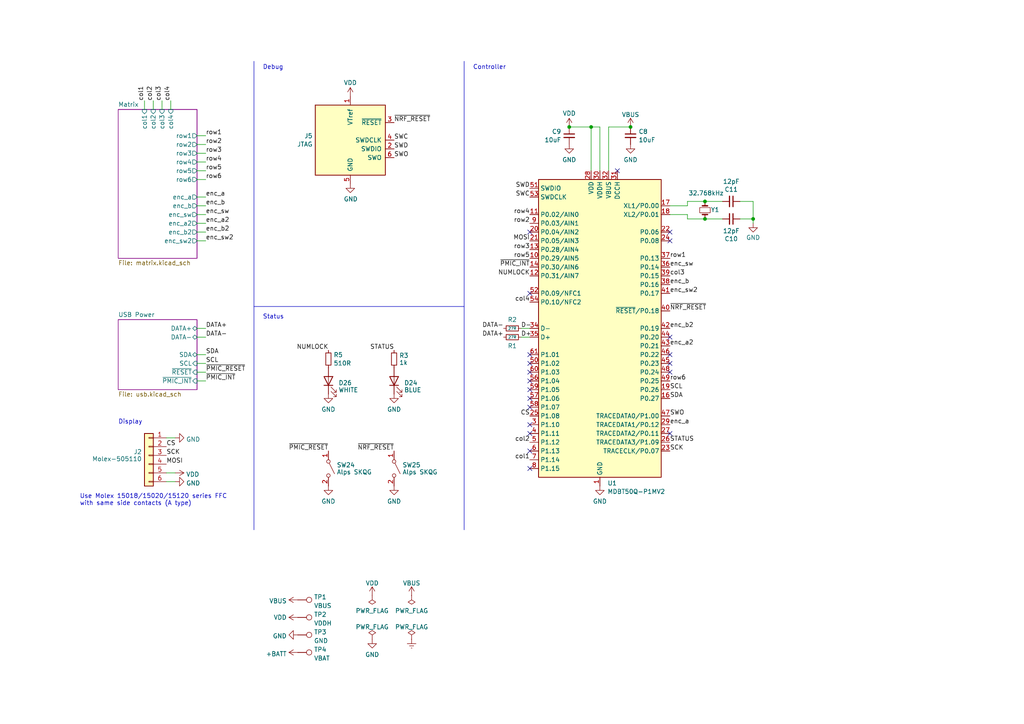
<source format=kicad_sch>
(kicad_sch (version 20231120) (generator "eeschema") (generator_version "8.0")
  (paper "A4")
  (title_block (title "Marten 22 Numpad") (date "2024-10-06") (rev "1"))
  (lib_symbols
    (symbol "Connector:TestPoint" (pin_numbers hide) (pin_names (offset 0.762) hide)
      (property "Reference" "TP" (at 0 6.858 0))
      (property "Value" "TestPoint" (at 0 5.08 0))
      (symbol "TestPoint_0_1"
        (circle (center 0 3.302) (radius 0.762))
      )
      (symbol "TestPoint_1_1"
        (pin passive line (at 0 0 90) (length 2.54) (name "1") (number "1"))
      )
    )
    (symbol "Connector_Generic:Conn_01x06" (pin_names (offset 1.016) hide)
      (property "Reference" "J" (at 0 7.62 0))
      (property "Value" "Conn_01x06" (at 0 -10.16 0))
      (symbol "Conn_01x06_1_1"
        (rectangle (start -1.27 -7.493) (end 0 -7.747) (stroke (width 0.1524)))
        (rectangle (start -1.27 -4.953) (end 0 -5.207) (stroke (width 0.1524)))
        (rectangle (start -1.27 -2.413) (end 0 -2.667) (stroke (width 0.1524)))
        (rectangle (start -1.27 0.127) (end 0 -0.127) (stroke (width 0.1524)))
        (rectangle (start -1.27 2.667) (end 0 2.413) (stroke (width 0.1524)))
        (rectangle (start -1.27 5.207) (end 0 4.953) (stroke (width 0.1524)))
        (rectangle (start -1.27 6.35) (end 1.27 -8.89) (stroke (width 0.254)) (fill (type background)))
        (pin passive line (at -5.08 5.08 0) (length 3.81) (name "Pin_1") (number "1"))
        (pin passive line (at -5.08 2.54 0) (length 3.81) (name "Pin_2") (number "2"))
        (pin passive line (at -5.08 0 0) (length 3.81) (name "Pin_3") (number "3"))
        (pin passive line (at -5.08 -2.54 0) (length 3.81) (name "Pin_4") (number "4"))
        (pin passive line (at -5.08 -5.08 0) (length 3.81) (name "Pin_5") (number "5"))
        (pin passive line (at -5.08 -7.62 0) (length 3.81) (name "Pin_6") (number "6"))
      )
    )
    (symbol "Device:C_Small" (pin_numbers hide) (pin_names (offset 0.254) hide)
      (property "Reference" "C" (at 0.254 1.778 0))
      (property "Value" "C_Small" (at 0.254 -2.032 0))
      (symbol "C_Small_0_1"
        (polyline (pts (xy -1.524 -0.508) (xy 1.524 -0.508)) (stroke (width 0.3302)))
        (polyline (pts (xy -1.524 0.508) (xy 1.524 0.508)) (stroke (width 0.3048)))
      )
      (symbol "C_Small_1_1"
        (pin passive line (at 0 2.54 270) (length 2.032) (name "~") (number "1"))
        (pin passive line (at 0 -2.54 90) (length 2.032) (name "~") (number "2"))
      )
    )
    (symbol "Device:Crystal_Small" (pin_numbers hide) (pin_names (offset 1.016) hide)
      (property "Reference" "Y" (at 0 2.54 0))
      (property "Value" "Crystal_Small" (at 0 -2.54 0))
      (symbol "Crystal_Small_0_1"
        (rectangle (start -0.762 -1.524) (end 0.762 1.524))
        (polyline (pts (xy -1.27 -0.762) (xy -1.27 0.762)) (stroke (width 0.381)))
        (polyline (pts (xy 1.27 -0.762) (xy 1.27 0.762)) (stroke (width 0.381)))
      )
      (symbol "Crystal_Small_1_1"
        (pin passive line (at -2.54 0 0) (length 1.27) (name "1") (number "1"))
        (pin passive line (at 2.54 0 180) (length 1.27) (name "2") (number "2"))
      )
    )
    (symbol "Device:LED" (pin_numbers hide) (pin_names (offset 1.016) hide)
      (property "Reference" "D" (at 0 2.54 0))
      (property "Value" "LED" (at 0 -2.54 0))
      (symbol "LED_0_1"
        (polyline (pts (xy -1.27 -1.27) (xy -1.27 1.27)) (stroke (width 0.254)))
        (polyline (pts (xy -1.27 0) (xy 1.27 0)))
        (polyline (pts (xy 1.27 -1.27) (xy 1.27 1.27) (xy -1.27 0) (xy 1.27 -1.27)) (stroke (width 0.254)))
        (polyline (pts (xy -3.048 -0.762) (xy -4.572 -2.286) (xy -3.81 -2.286) (xy -4.572 -2.286) (xy -4.572 -1.524)))
        (polyline (pts (xy -1.778 -0.762) (xy -3.302 -2.286) (xy -2.54 -2.286) (xy -3.302 -2.286) (xy -3.302 -1.524)))
      )
      (symbol "LED_1_1"
        (pin passive line (at -3.81 0 0) (length 2.54) (name "K") (number "1"))
        (pin passive line (at 3.81 0 180) (length 2.54) (name "A") (number "2"))
      )
    )
    (symbol "Device:R_Small" (pin_numbers hide) (pin_names (offset 0.254) hide)
      (property "Reference" "R" (at 0.762 0.508 0))
      (property "Value" "R_Small" (at 0.762 -1.016 0))
      (symbol "R_Small_0_1"
        (rectangle (start -0.762 1.778) (end 0.762 -1.778) (stroke (width 0.2032)))
      )
      (symbol "R_Small_1_1"
        (pin passive line (at 0 2.54 270) (length 0.762) (name "~") (number "1"))
        (pin passive line (at 0 -2.54 90) (length 0.762) (name "~") (number "2"))
      )
    )
    (symbol "RF_Module:MDBT50Q-1MV2"
      (property "Reference" "U" (at 0 0 0))
      (property "Value" "MDBT50Q-1MV2" (at 0 -2.54 0))
      (symbol "MDBT50Q-1MV2_0_1"
        (rectangle (start -17.78 43.18) (end 17.78 -43.18) (stroke (width 0.254)) (fill (type background)))
      )
      (symbol "MDBT50Q-1MV2_1_1"
        (pin power_in line (at 0 -45.72 90) (length 2.54) (name "GND") (number "1"))
        (pin bidirectional line (at -20.32 20.32 0) (length 2.54) (name "P0.29/AIN5") (number "10"))
        (pin bidirectional line (at -20.32 33.02 0) (length 2.54) (name "P0.02/AIN0") (number "11"))
        (pin bidirectional line (at -20.32 15.24 0) (length 2.54) (name "P0.31/AIN7") (number "12"))
        (pin bidirectional line (at -20.32 22.86 0) (length 2.54) (name "P0.28/AIN4") (number "13"))
        (pin bidirectional line (at -20.32 17.78 0) (length 2.54) (name "P0.30/AIN6") (number "14"))
        (pin passive line (at 0 -45.72 90) (length 2.54) hide (name "GND") (number "15"))
        (pin bidirectional line (at 20.32 -20.32 180) (length 2.54) (name "P0.27") (number "16"))
        (pin bidirectional line (at 20.32 35.56 180) (length 2.54) (name "XL1/P0.00") (number "17"))
        (pin bidirectional line (at 20.32 33.02 180) (length 2.54) (name "XL2/P0.01") (number "18"))
        (pin bidirectional line (at 20.32 -17.78 180) (length 2.54) (name "P0.26") (number "19"))
        (pin passive line (at 0 -45.72 90) (length 2.54) hide (name "GND") (number "2"))
        (pin bidirectional line (at -20.32 27.94 0) (length 2.54) (name "P0.04/AIN2") (number "20"))
        (pin bidirectional line (at -20.32 25.4 0) (length 2.54) (name "P0.05/AIN3") (number "21"))
        (pin bidirectional line (at 20.32 27.94 180) (length 2.54) (name "P0.06") (number "22"))
        (pin bidirectional line (at 20.32 -35.56 180) (length 2.54) (name "TRACECLK/P0.07") (number "23"))
        (pin bidirectional line (at 20.32 25.4 180) (length 2.54) (name "P0.08") (number "24"))
        (pin bidirectional line (at -20.32 -25.4 0) (length 2.54) (name "P1.08") (number "25"))
        (pin bidirectional line (at 20.32 -33.02 180) (length 2.54) (name "TRACEDATA3/P1.09") (number "26"))
        (pin bidirectional line (at 20.32 -30.48 180) (length 2.54) (name "TRACEDATA2/P0.11") (number "27"))
        (pin power_in line (at -2.54 45.72 270) (length 2.54) (name "VDD") (number "28"))
        (pin bidirectional line (at 20.32 -27.94 180) (length 2.54) (name "TRACEDATA1/P0.12") (number "29"))
        (pin bidirectional line (at -20.32 -27.94 0) (length 2.54) (name "P1.10") (number "3"))
        (pin power_in line (at 0 45.72 270) (length 2.54) (name "VDDH") (number "30"))
        (pin power_out line (at 5.08 45.72 270) (length 2.54) (name "DCCH") (number "31"))
        (pin power_in line (at 2.54 45.72 270) (length 2.54) (name "VBUS") (number "32"))
        (pin passive line (at 0 -45.72 90) (length 2.54) hide (name "GND") (number "33"))
        (pin bidirectional line (at -20.32 0 0) (length 2.54) (name "D-") (number "34"))
        (pin bidirectional line (at -20.32 -2.54 0) (length 2.54) (name "D+") (number "35"))
        (pin bidirectional line (at 20.32 17.78 180) (length 2.54) (name "P0.14") (number "36"))
        (pin bidirectional line (at 20.32 20.32 180) (length 2.54) (name "P0.13") (number "37"))
        (pin bidirectional line (at 20.32 12.7 180) (length 2.54) (name "P0.16") (number "38"))
        (pin bidirectional line (at 20.32 15.24 180) (length 2.54) (name "P0.15") (number "39"))
        (pin bidirectional line (at -20.32 -30.48 0) (length 2.54) (name "P1.11") (number "4"))
        (pin bidirectional line (at 20.32 5.08 180) (length 2.54) (name "~{RESET}/P0.18") (number "40"))
        (pin bidirectional line (at 20.32 10.16 180) (length 2.54) (name "P0.17") (number "41"))
        (pin bidirectional line (at 20.32 0 180) (length 2.54) (name "P0.19") (number "42"))
        (pin bidirectional line (at 20.32 -5.08 180) (length 2.54) (name "P0.21") (number "43"))
        (pin bidirectional line (at 20.32 -2.54 180) (length 2.54) (name "P0.20") (number "44"))
        (pin bidirectional line (at 20.32 -10.16 180) (length 2.54) (name "P0.23") (number "45"))
        (pin bidirectional line (at 20.32 -7.62 180) (length 2.54) (name "P0.22") (number "46"))
        (pin bidirectional line (at 20.32 -25.4 180) (length 2.54) (name "TRACEDATA0/P1.00") (number "47"))
        (pin bidirectional line (at 20.32 -12.7 180) (length 2.54) (name "P0.24") (number "48"))
        (pin bidirectional line (at 20.32 -15.24 180) (length 2.54) (name "P0.25") (number "49"))
        (pin bidirectional line (at -20.32 -33.02 0) (length 2.54) (name "P1.12") (number "5"))
        (pin bidirectional line (at -20.32 -10.16 0) (length 2.54) (name "P1.02") (number "50"))
        (pin bidirectional line (at -20.32 40.64 0) (length 2.54) (name "SWDIO") (number "51"))
        (pin bidirectional line (at -20.32 10.16 0) (length 2.54) (name "P0.09/NFC1") (number "52"))
        (pin input line (at -20.32 38.1 0) (length 2.54) (name "SWDCLK") (number "53"))
        (pin bidirectional line (at -20.32 7.62 0) (length 2.54) (name "P0.10/NFC2") (number "54"))
        (pin passive line (at 0 -45.72 90) (length 2.54) hide (name "GND") (number "55"))
        (pin bidirectional line (at -20.32 -15.24 0) (length 2.54) (name "P1.04") (number "56"))
        (pin bidirectional line (at -20.32 -20.32 0) (length 2.54) (name "P1.06") (number "57"))
        (pin bidirectional line (at -20.32 -22.86 0) (length 2.54) (name "P1.07") (number "58"))
        (pin bidirectional line (at -20.32 -17.78 0) (length 2.54) (name "P1.05") (number "59"))
        (pin bidirectional line (at -20.32 -35.56 0) (length 2.54) (name "P1.13") (number "6"))
        (pin bidirectional line (at -20.32 -12.7 0) (length 2.54) (name "P1.03") (number "60"))
        (pin bidirectional line (at -20.32 -7.62 0) (length 2.54) (name "P1.01") (number "61"))
        (pin bidirectional line (at -20.32 -38.1 0) (length 2.54) (name "P1.14") (number "7"))
        (pin bidirectional line (at -20.32 -40.64 0) (length 2.54) (name "P1.15") (number "8"))
        (pin bidirectional line (at -20.32 30.48 0) (length 2.54) (name "P0.03/AIN1") (number "9"))
      )
    )
    (symbol "Switch:SW_SPST" (pin_names (offset 0) hide)
      (property "Reference" "SW" (at 0 3.175 0))
      (property "Value" "SW_SPST" (at 0 -2.54 0))
      (symbol "SW_SPST_0_0"
        (circle (center -2.032 0) (radius 0.508))
        (polyline (pts (xy -1.524 0.254) (xy 1.524 1.778)))
        (circle (center 2.032 0) (radius 0.508))
      )
      (symbol "SW_SPST_1_1"
        (pin passive line (at -5.08 0 0) (length 2.54) (name "A") (number "1"))
        (pin passive line (at 5.08 0 180) (length 2.54) (name "B") (number "2"))
      )
    )
    (symbol "keyboard:Conn_ARM_JTAG_SWD_6" (pin_names (offset 1.016))
      (property "Reference" "J" (at -2.54 13.97 0))
      (property "Value" "Conn_ARM_JTAG_SWD_6" (at -2.54 11.43 0))
      (symbol "Conn_ARM_JTAG_SWD_6_0_1"
        (rectangle (start -10.16 10.16) (end 10.16 -10.16) (stroke (width 0.254)) (fill (type background)))
      )
      (symbol "Conn_ARM_JTAG_SWD_6_1_1"
        (pin power_in line (at 0 12.7 270) (length 2.54) (name "VTref") (number "1"))
        (pin bidirectional line (at 12.7 -2.54 180) (length 2.54) (name "SWDIO") (number "2"))
        (pin open_collector line (at 12.7 5.08 180) (length 2.54) (name "~{RESET}") (number "3"))
        (pin output line (at 12.7 0 180) (length 2.54) (name "SWDCLK") (number "4"))
        (pin power_in line (at 0 -12.7 90) (length 2.54) (name "GND") (number "5"))
        (pin input line (at 12.7 -5.08 180) (length 2.54) (name "SWO") (number "6"))
      )
    )
    (symbol "power:+BATT" (power) (pin_names (offset 0))
      (property "Value" "+BATT" (at 0 3.556 0))
      (symbol "+BATT_0_1"
        (polyline (pts (xy -0.762 1.27) (xy 0 2.54)))
        (polyline (pts (xy 0 0) (xy 0 2.54)))
        (polyline (pts (xy 0 2.54) (xy 0.762 1.27)))
      )
      (symbol "+BATT_1_1"
        (pin power_in line (at 0 0 90) (length 0) hide (name "+BATT") (number "1"))
      )
    )
    (symbol "power:Earth" (power) (pin_names (offset 0))
      (symbol "Earth_0_1"
        (polyline (pts (xy -0.635 -1.905) (xy 0.635 -1.905)))
        (polyline (pts (xy -0.127 -2.54) (xy 0.127 -2.54)))
        (polyline (pts (xy 0 -1.27) (xy 0 0)))
        (polyline (pts (xy 1.27 -1.27) (xy -1.27 -1.27)))
      )
      (symbol "Earth_1_1"
        (pin power_in line (at 0 0 270) (length 0) hide (name "Earth") (number "1"))
      )
    )
    (symbol "power:GND" (power) (pin_names (offset 0))
      (property "Value" "GND" (at 0 -3.81 0))
      (symbol "GND_0_1"
        (polyline (pts (xy 0 0) (xy 0 -1.27) (xy 1.27 -1.27) (xy 0 -2.54) (xy -1.27 -1.27) (xy 0 -1.27)))
      )
      (symbol "GND_1_1"
        (pin power_in line (at 0 0 270) (length 0) hide (name "GND") (number "1"))
      )
    )
    (symbol "power:PWR_FLAG" (power) (pin_numbers hide) (pin_names (offset 0) hide)
      (property "Value" "PWR_FLAG" (at 0 3.81 0))
      (symbol "PWR_FLAG_0_0"
        (pin power_out line (at 0 0 90) (length 0) (name "pwr") (number "1"))
      )
      (symbol "PWR_FLAG_0_1"
        (polyline (pts (xy 0 0) (xy 0 1.27) (xy -1.016 1.905) (xy 0 2.54) (xy 1.016 1.905) (xy 0 1.27)))
      )
    )
    (symbol "power:VBUS" (power) (pin_names (offset 0))
      (property "Value" "VBUS" (at 0 3.81 0))
      (symbol "VBUS_0_1"
        (polyline (pts (xy -0.762 1.27) (xy 0 2.54)))
        (polyline (pts (xy 0 0) (xy 0 2.54)))
        (polyline (pts (xy 0 2.54) (xy 0.762 1.27)))
      )
      (symbol "VBUS_1_1"
        (pin power_in line (at 0 0 90) (length 0) hide (name "VBUS") (number "1"))
      )
    )
    (symbol "power:VDD" (power) (pin_names (offset 0))
      (property "Value" "VDD" (at 0 3.81 0))
      (symbol "VDD_0_1"
        (polyline (pts (xy -0.762 1.27) (xy 0 2.54)))
        (polyline (pts (xy 0 0) (xy 0 2.54)))
        (polyline (pts (xy 0 2.54) (xy 0.762 1.27)))
      )
      (symbol "VDD_1_1"
        (pin power_in line (at 0 0 90) (length 0) hide (name "VDD") (number "1"))
      )
    )
  )
  (junction (at 204.47 63.5))
  (junction (at 171.45 36.83))
  (junction (at 218.44 63.5))
  (junction (at 182.88 36.83))
  (junction (at 165.1 36.83))
  (junction (at 204.47 58.42))
  (no_connect (at 179.07 49.53))
  (no_connect (at 194.31 67.31))
  (no_connect (at 153.67 135.89))
  (no_connect (at 153.67 85.09))
  (no_connect (at 153.67 123.19))
  (no_connect (at 153.67 118.11))
  (no_connect (at 153.67 113.03))
  (no_connect (at 153.67 125.73))
  (no_connect (at 194.31 102.87))
  (no_connect (at 153.67 102.87))
  (no_connect (at 153.67 105.41))
  (no_connect (at 153.67 130.81))
  (no_connect (at 194.31 97.79))
  (no_connect (at 153.67 107.95))
  (no_connect (at 153.67 67.31))
  (no_connect (at 153.67 115.57))
  (no_connect (at 194.31 105.41))
  (no_connect (at 153.67 110.49))
  (no_connect (at 194.31 125.73))
  (no_connect (at 194.31 69.85))
  (no_connect (at 194.31 107.95))
  (wire (pts (xy 57.15 95.25) (xy 59.69 95.25)))
  (wire (pts (xy 57.15 64.77) (xy 59.69 64.77)))
  (wire (pts (xy 57.15 52.07) (xy 59.69 52.07)))
  (wire (pts (xy 151.13 97.79) (xy 153.67 97.79)))
  (wire (pts (xy 57.15 97.79) (xy 59.69 97.79)))
  (wire (pts (xy 46.99 29.21) (xy 46.99 31.75)))
  (wire (pts (xy 218.44 58.42) (xy 214.63 58.42)))
  (wire (pts (xy 182.88 36.83) (xy 176.53 36.83)))
  (wire (pts (xy 176.53 36.83) (xy 176.53 49.53)))
  (wire (pts (xy 171.45 36.83) (xy 171.45 49.53)))
  (wire (pts (xy 57.15 46.99) (xy 59.69 46.99)))
  (wire (pts (xy 57.15 107.95) (xy 59.69 107.95)))
  (wire (pts (xy 151.13 95.25) (xy 153.67 95.25)))
  (wire (pts (xy 173.99 36.83) (xy 173.99 49.53)))
  (wire (pts (xy 218.44 58.42) (xy 218.44 63.5)))
  (wire (pts (xy 57.15 49.53) (xy 59.69 49.53)))
  (wire (pts (xy 194.31 59.69) (xy 199.39 59.69)))
  (wire (pts (xy 199.39 58.42) (xy 204.47 58.42)))
  (wire (pts (xy 57.15 110.49) (xy 59.69 110.49)))
  (wire (pts (xy 49.53 29.21) (xy 49.53 31.75)))
  (wire (pts (xy 57.15 102.87) (xy 59.69 102.87)))
  (wire (pts (xy 173.99 36.83) (xy 171.45 36.83)))
  (wire (pts (xy 194.31 62.23) (xy 199.39 62.23)))
  (wire (pts (xy 218.44 64.77) (xy 218.44 63.5)))
  (polyline (pts (xy 73.66 88.9) (xy 134.62 88.9)))
  (wire (pts (xy 218.44 63.5) (xy 214.63 63.5)))
  (wire (pts (xy 199.39 59.69) (xy 199.39 58.42)))
  (polyline (pts (xy 134.62 17.78) (xy 134.62 153.67)))
  (wire (pts (xy 44.45 29.21) (xy 44.45 31.75)))
  (wire (pts (xy 171.45 36.83) (xy 165.1 36.83)))
  (wire (pts (xy 57.15 105.41) (xy 59.69 105.41)))
  (wire (pts (xy 50.8 139.7) (xy 48.26 139.7)))
  (wire (pts (xy 41.91 29.21) (xy 41.91 31.75)))
  (wire (pts (xy 57.15 67.31) (xy 59.69 67.31)))
  (wire (pts (xy 57.15 62.23) (xy 59.69 62.23)))
  (wire (pts (xy 199.39 63.5) (xy 204.47 63.5)))
  (wire (pts (xy 57.15 39.37) (xy 59.69 39.37)))
  (wire (pts (xy 57.15 69.85) (xy 59.69 69.85)))
  (wire (pts (xy 50.8 127) (xy 48.26 127)))
  (wire (pts (xy 204.47 63.5) (xy 209.55 63.5)))
  (wire (pts (xy 199.39 62.23) (xy 199.39 63.5)))
  (polyline (pts (xy 73.66 17.78) (xy 73.66 153.67)))
  (wire (pts (xy 57.15 59.69) (xy 59.69 59.69)))
  (wire (pts (xy 57.15 41.91) (xy 59.69 41.91)))
  (wire (pts (xy 204.47 58.42) (xy 209.55 58.42)))
  (wire (pts (xy 50.8 137.16) (xy 48.26 137.16)))
  (wire (pts (xy 57.15 44.45) (xy 59.69 44.45)))
  (wire (pts (xy 57.15 57.15) (xy 59.69 57.15)))
  (text "Display" (at 34.29 123.19 0) (effects (font (size 1.27 1.27)) (justify left bottom)))
  (text "Controller" (at 137.16 20.32 0) (effects (font (size 1.27 1.27)) (justify left bottom)))
  (text "Debug" (at 76.2 20.32 0) (effects (font (size 1.27 1.27)) (justify left bottom)))
  (text "Use Molex 15018/15020/15120 series FFC \nwith same side contacts (A type)" (at 23.114 146.812 0) (effects (font (size 1.27 1.27)) (justify left bottom)))
  (text "Status" (at 76.2 92.71 0) (effects (font (size 1.27 1.27)) (justify left bottom)))
  (label "enc_sw" (at 194.31 77.47 0))
  (label "row4" (at 59.69 46.99 0))
  (label "col1" (at 41.91 29.21 90))
  (label "SWD" (at 153.67 54.61 180))
  (label "col2" (at 153.67 128.27 180))
  (label "SWO" (at 114.3 45.72 0))
  (label "DATA-" (at 146.05 95.25 180))
  (label "col3" (at 46.99 29.21 90))
  (label "enc_a2" (at 194.31 100.33 0))
  (label "row5" (at 153.67 74.93 180))
  (label "STATUS" (at 194.31 128.27 0))
  (label "row2" (at 59.69 41.91 0))
  (label "MOSI" (at 153.67 69.85 180))
  (label "~{PMIC_INT}" (at 59.69 110.49 0))
  (label "DATA+" (at 59.69 95.25 0))
  (label "SWC" (at 153.67 57.15 180))
  (label "col1" (at 153.67 133.35 180))
  (label "enc_b" (at 59.69 59.69 0))
  (label "SCK" (at 194.31 130.81 0))
  (label "enc_a2" (at 59.69 64.77 0))
  (label "NUMLOCK" (at 95.25 101.6 180))
  (label "SCL" (at 194.31 113.03 0))
  (label "row2" (at 153.67 64.77 180))
  (label "col4" (at 49.53 29.21 90))
  (label "CS" (at 48.26 129.54 0))
  (label "col3" (at 194.31 80.01 0))
  (label "SWC" (at 114.3 40.64 0))
  (label "STATUS" (at 114.3 101.6 180))
  (label "SWD" (at 114.3 43.18 0))
  (label "enc_sw" (at 59.69 62.23 0))
  (label "enc_a" (at 194.31 123.19 0))
  (label "DATA-" (at 59.69 97.79 0))
  (label "D-" (at 151.13 95.25 0))
  (label "~{NRF_RESET}" (at 114.3 130.81 180))
  (label "row6" (at 59.69 52.07 0))
  (label "CS" (at 153.67 120.65 180))
  (label "row1" (at 194.31 74.93 0))
  (label "SCL" (at 59.69 105.41 0))
  (label "DATA+" (at 146.05 97.79 180))
  (label "enc_b2" (at 194.31 95.25 0))
  (label "row1" (at 59.69 39.37 0))
  (label "MOSI" (at 48.26 134.62 0))
  (label "enc_b2" (at 59.69 67.31 0))
  (label "row3" (at 153.67 72.39 180))
  (label "SWO" (at 194.31 120.65 0))
  (label "SDA" (at 59.69 102.87 0))
  (label "~{NRF_RESET}" (at 194.31 90.17 0))
  (label "enc_b" (at 194.31 82.55 0))
  (label "~{NRF_RESET}" (at 114.3 35.56 0))
  (label "col4" (at 153.67 87.63 180))
  (label "~{PMIC_RESET}" (at 59.69 107.95 0))
  (label "SDA" (at 194.31 115.57 0))
  (label "enc_a" (at 59.69 57.15 0))
  (label "enc_sw2" (at 59.69 69.85 0))
  (label "~{PMIC_INT}" (at 153.67 77.47 180))
  (label "enc_sw2" (at 194.31 85.09 0))
  (label "row3" (at 59.69 44.45 0))
  (label "col2" (at 44.45 29.21 90))
  (label "D+" (at 151.13 97.79 0))
  (label "SCK" (at 48.26 132.08 0))
  (label "row6" (at 194.31 110.49 0))
  (label "row4" (at 153.67 62.23 180))
  (label "row5" (at 59.69 49.53 0))
  (label "~{PMIC_RESET}" (at 95.25 130.81 180))
  (label "NUMLOCK" (at 153.67 80.01 180))
  (symbol (lib_id "Connector:TestPoint") (at 86.36 189.23 270) (unit 1) (in_bom no)
    (property "Reference" "TP4" (at 91.059 188.3953 90) (effects (justify left)))
    (property "Value" "VBAT" (at 91.059 190.9322 90) (effects (justify left)))
    (property "Footprint" "TestPoint:TestPoint_Pad_D1.5mm" (effects (hide yes)))
    (property "Manufacturer" "DNP" (effects (hide yes)))
    (property "Manufacturer Part Number" "DNP" (effects (hide yes)))
    (property "Package" "DNP" (effects (hide yes)))
  )
  (symbol (lib_id "Switch:SW_SPST") (at 114.3 135.89 270) (unit 1)
    (property "Reference" "SW25" (at 116.713 134.866 90) (effects (justify left)))
    (property "Value" "Alps SKQG" (at 116.713 136.914 90) (effects (justify left)))
    (property "Footprint" "PCM_marbastlib-various:SW_SPST_SKQG_WithStem" (effects (hide yes)))
    (property "Datasheet" "https://tech.alpsalpine.com/e/products/detail/SKQGABE010/" (effects (hide yes)))
    (property "Description" "Tactile switch" (effects (hide yes)))
    (property "Manufacturer Part Number" "SKQGABE010" (effects (hide yes)))
    (property "Manufacturer" "Alps" (effects (hide yes)))
    (property "Package" "SMD" (effects (hide yes)))
  )
  (symbol (lib_id "Connector:TestPoint") (at 86.36 184.15 270) (unit 1) (in_bom no)
    (property "Reference" "TP3" (at 91.059 183.3153 90) (effects (justify left)))
    (property "Value" "GND" (at 91.059 185.8522 90) (effects (justify left)))
    (property "Footprint" "TestPoint:TestPoint_Pad_D1.5mm" (effects (hide yes)))
    (property "Manufacturer" "DNP" (effects (hide yes)))
    (property "Manufacturer Part Number" "DNP" (effects (hide yes)))
    (property "Package" "DNP" (effects (hide yes)))
  )
  (symbol (lib_id "power:GND") (at 101.6 53.34 0) (unit 1)
    (property "Reference" "#PWR024" (effects (hide yes)))
    (property "Value" "GND" (at 101.727 57.7342 0))
  )
  (symbol (lib_id "power:VDD") (at 107.95 172.72 0) (unit 1)
    (property "Reference" "#PWR0104" (effects (hide yes)))
    (property "Value" "VDD" (at 107.95 169.1442 0))
  )
  (symbol (lib_id "power:GND") (at 86.36 184.15 270) (unit 1)
    (property "Reference" "#PWR033" (effects (hide yes)))
    (property "Value" "GND" (at 83.1851 184.4668 90) (effects (justify right)))
  )
  (symbol (lib_id "Connector:TestPoint") (at 86.36 179.07 270) (unit 1) (in_bom no)
    (property "Reference" "TP2" (at 91.059 178.2353 90) (effects (justify left)))
    (property "Value" "VDDH" (at 91.059 180.7722 90) (effects (justify left)))
    (property "Footprint" "TestPoint:TestPoint_Pad_D1.5mm" (effects (hide yes)))
    (property "Manufacturer" "DNP" (effects (hide yes)))
    (property "Manufacturer Part Number" "DNP" (effects (hide yes)))
    (property "Package" "DNP" (effects (hide yes)))
  )
  (symbol (lib_id "Device:R_Small") (at 148.59 97.79 90) (unit 1)
    (property "Reference" "R1" (at 148.59 100.33 90))
    (property "Value" "27R" (at 148.59 97.79 90) (effects (font (size 0.8 0.8))))
    (property "Footprint" "Resistor_SMD:R_0402_1005Metric" (effects (hide yes)))
    (property "Description" "Resistor, 0.05 W, +/-1%" (effects (hide yes)))
    (property "Package" "0402" (effects (hide yes)))
    (property "Manufacturer" "YAGEO" (effects (hide yes)))
    (property "Manufacturer Part Number" "RC0402FR-0727RL" (effects (hide yes)))
  )
  (symbol (lib_id "power:VDD") (at 101.6 27.94 0) (unit 1)
    (property "Reference" "#PWR010" (effects (hide yes)))
    (property "Value" "VDD" (at 101.6 23.995 0))
  )
  (symbol (lib_id "power:GND") (at 114.3 114.3 0) (unit 1)
    (property "Reference" "#PWR030" (effects (hide yes)))
    (property "Value" "GND" (at 114.3 118.7434 0))
  )
  (symbol (lib_id "power:PWR_FLAG") (at 119.38 185.42 0) (unit 1)
    (property "Reference" "#FLG0105" (effects (hide yes)))
    (property "Value" "PWR_FLAG" (at 119.38 181.8442 0))
  )
  (symbol (lib_id "power:VBUS") (at 86.36 173.99 90) (unit 1)
    (property "Reference" "#PWR028" (effects (hide yes)))
    (property "Value" "VBUS" (at 83.185 174.3068 90) (effects (justify left)))
  )
  (symbol (lib_id "power:GND") (at 114.3 140.97 0) (unit 1)
    (property "Reference" "#PWR048" (effects (hide yes)))
    (property "Value" "GND" (at 114.3 145.4134 0))
  )
  (symbol (lib_id "Device:LED") (at 95.25 110.49 90) (unit 1)
    (property "Reference" "D26" (at 98.171 111.0535 90) (effects (justify right)))
    (property "Value" "WHITE" (at 98.171 113.1015 90) (effects (justify right)))
    (property "Footprint" "keyboard:LED_1206_3216Metric_ReverseMount_Hole2x2mm" (effects (hide yes)))
    (property "Datasheet" "https://www.lcsc.com/datasheet/lcsc_datasheet_2102041832_MEIHUA-MHT151WDT_C401114.pdf" (effects (hide yes)))
    (property "Description" "3V LED, White, Reverse mount" (effects (hide yes)))
    (property "Package" "1206R" (effects (hide yes)))
    (property "Manufacturer" "MEIHUA" (effects (hide yes)))
    (property "Manufacturer Part Number" "MHT151WDT" (effects (hide yes)))
  )
  (symbol (lib_id "power:GND") (at 173.99 140.97 0) (unit 1)
    (property "Reference" "#PWR038" (effects (hide yes)))
    (property "Value" "GND" (at 173.99 145.4134 0))
  )
  (symbol (lib_id "power:VDD") (at 86.36 179.07 90) (unit 1)
    (property "Reference" "#PWR013" (effects (hide yes)))
    (property "Value" "VDD" (at 83.185 179.07 90) (effects (justify left)))
  )
  (symbol (lib_id "Device:R_Small") (at 114.3 104.14 180) (unit 1)
    (property "Reference" "R3" (at 115.7986 103.116 0) (effects (justify right)))
    (property "Value" "1k" (at 115.7986 105.164 0) (effects (justify right)))
    (property "Footprint" "Resistor_SMD:R_0603_1608Metric" (effects (hide yes)))
    (property "Description" "Resistor, 0.05 W, +/-5%" (effects (hide yes)))
    (property "Package" "0603" (effects (hide yes)))
    (property "Manufacturer" "FOJAN" (effects (hide yes)))
    (property "Manufacturer Part Number" "FRC0603J102 TS" (effects (hide yes)))
  )
  (symbol (lib_id "keyboard:Conn_ARM_JTAG_SWD_6") (at 101.6 40.64 0) (unit 1) (in_bom no)
    (property "Reference" "J5" (at 90.678 39.4279 0) (effects (justify right)))
    (property "Value" "JTAG" (at 90.678 41.8521 0) (effects (justify right)))
    (property "Footprint" "Connector:Tag-Connect_TC2030-IDC-NL_2x03_P1.27mm_Vertical" (effects (hide yes)))
    (property "Datasheet" "https://www.segger.com/products/debug-probes/j-link/accessories/adapters/6-pin-needle-adapter/" (effects (hide yes)))
    (property "Description" "Debug connector" (effects (hide yes)))
    (property "Manufacturer Part Number" "DNP" (effects (hide yes)))
    (property "Manufacturer" "DNP" (effects (hide yes)))
    (property "Package" "DNP" (effects (hide yes)))
  )
  (symbol (lib_id "power:GND") (at 95.25 114.3 0) (unit 1)
    (property "Reference" "#PWR039" (effects (hide yes)))
    (property "Value" "GND" (at 95.25 118.7434 0))
  )
  (symbol (lib_id "Device:C_Small") (at 212.09 63.5 270) (mirror x) (unit 1)
    (property "Reference" "C10" (at 212.09 69.2723 90))
    (property "Value" "12pF" (at 212.09 66.9736 90))
    (property "Footprint" "Capacitor_SMD:C_0402_1005Metric" (effects (hide yes)))
    (property "Description" "Capacitor, NP0, +/-2%" (effects (hide yes)))
    (property "Package" "0402" (effects (hide yes)))
    (property "Manufacturer" "YAGEO" (effects (hide yes)))
    (property "Manufacturer Part Number" "CC0402GRNPO9BN120" (effects (hide yes)))
  )
  (symbol (lib_id "power:VDD") (at 165.1 36.83 0) (unit 1)
    (property "Reference" "#PWR046" (effects (hide yes)))
    (property "Value" "VDD" (at 165.1 32.885 0))
  )
  (symbol (lib_id "Device:LED") (at 114.3 110.49 90) (unit 1)
    (property "Reference" "D24" (at 117.221 111.0535 90) (effects (justify right)))
    (property "Value" "BLUE" (at 117.221 113.1015 90) (effects (justify right)))
    (property "Footprint" "LED_SMD:LED_0603_1608Metric" (effects (hide yes)))
    (property "Description" "2.7-3V LED, Blue" (effects (hide yes)))
    (property "Package" "0603" (effects (hide yes)))
    (property "Manufacturer" "Foshan" (effects (hide yes)))
    (property "Manufacturer Part Number" "NCD0603B5" (effects (hide yes)))
  )
  (symbol (lib_id "power:GND") (at 182.88 41.91 0) (unit 1)
    (property "Reference" "#PWR03" (effects (hide yes)))
    (property "Value" "GND" (at 182.88 46.3534 0))
  )
  (symbol (lib_id "power:GND") (at 50.8 127 90) (unit 1)
    (property "Reference" "#PWR036" (effects (hide yes)))
    (property "Value" "GND" (at 53.9749 127.4338 90) (effects (justify right)))
  )
  (symbol (lib_id "power:PWR_FLAG") (at 107.95 172.72 180) (unit 1)
    (property "Reference" "#FLG0101" (effects (hide yes)))
    (property "Value" "PWR_FLAG" (at 107.95 177.1634 0))
  )
  (symbol (lib_id "power:VBUS") (at 182.88 36.83 0) (unit 1)
    (property "Reference" "#PWR014" (effects (hide yes)))
    (property "Value" "VBUS" (at 182.88 33.2542 0))
  )
  (symbol (lib_id "Device:C_Small") (at 182.88 39.37 0) (mirror y) (unit 1)
    (property "Reference" "C8" (at 185.2041 38.1641 0) (effects (justify right)))
    (property "Value" "10uF" (at 185.2041 40.5884 0) (effects (justify right)))
    (property "Footprint" "Capacitor_SMD:C_0603_1608Metric" (effects (hide yes)))
    (property "Description" "Capacitor, X7R, +/-10%" (effects (hide yes)))
    (property "Package" "0603" (effects (hide yes)))
    (property "Manufacturer" "Murata" (effects (hide yes)))
    (property "Manufacturer Part Number" "GRM188Z71A106KA73D" (effects (hide yes)))
  )
  (symbol (lib_id "RF_Module:MDBT50Q-1MV2") (at 173.99 95.25 0) (unit 1)
    (property "Reference" "U1" (at 176.1841 140.1501 0) (effects (justify left)))
    (property "Value" "MDBT50Q-P1MV2" (at 176.1841 142.5744 0) (effects (justify left)))
    (property "Footprint" "keyboard:Raytac_MDBT50Q" (effects (hide yes)))
    (property "Datasheet" "https://www.raytac.com/download/index.php?index_id=43" (effects (hide yes)))
    (property "Description" "Raytac nRF52840 module" (effects (hide yes)))
    (property "Manufacturer Part Number" "MDBT50Q-P1MV2" (effects (hide yes)))
    (property "Manufacturer" "Raytac" (effects (hide yes)))
    (property "Package" "SMD" (effects (hide yes)))
  )
  (symbol (lib_id "Connector_Generic:Conn_01x06") (at 43.18 132.08 0) (mirror y) (unit 1)
    (property "Reference" "J2" (at 41.1481 131.056 0) (effects (justify left)))
    (property "Value" "Molex-505110" (at 41.1481 133.104 0) (effects (justify left)))
    (property "Footprint" "keyboard:Molex_5051100692_1x06_P0.5mm_Anchor" (effects (hide yes)))
    (property "Datasheet" "https://www.molex.com/en-us/products/part-detail/5051100692" (effects (hide yes)))
    (property "Description" "Easy-On FFC/FPC Connector, 6 circuits" (effects (hide yes)))
    (property "Manufacturer Part Number" "5051100692" (effects (hide yes)))
    (property "Manufacturer" "Molex" (effects (hide yes)))
    (property "Package" "SMD" (effects (hide yes)))
  )
  (symbol (lib_id "power:VBUS") (at 119.38 172.72 0) (unit 1)
    (property "Reference" "#PWR0103" (effects (hide yes)))
    (property "Value" "VBUS" (at 119.38 169.1442 0))
  )
  (symbol (lib_id "power:PWR_FLAG") (at 119.38 172.72 180) (unit 1)
    (property "Reference" "#FLG0102" (effects (hide yes)))
    (property "Value" "PWR_FLAG" (at 119.38 177.1634 0))
  )
  (symbol (lib_id "Device:R_Small") (at 148.59 95.25 90) (unit 1)
    (property "Reference" "R2" (at 148.59 92.71 90))
    (property "Value" "27R" (at 148.59 95.25 90) (effects (font (size 0.8 0.8))))
    (property "Footprint" "Resistor_SMD:R_0402_1005Metric" (effects (hide yes)))
    (property "Description" "Resistor, 0.05 W, +/-1%" (effects (hide yes)))
    (property "Package" "0402" (effects (hide yes)))
    (property "Manufacturer" "YAGEO" (effects (hide yes)))
    (property "Manufacturer Part Number" "RC0402FR-0727RL" (effects (hide yes)))
  )
  (symbol (lib_id "Device:C_Small") (at 165.1 39.37 0) (mirror y) (unit 1)
    (property "Reference" "C9" (at 162.7759 38.1641 0) (effects (justify left)))
    (property "Value" "10uF" (at 162.7759 40.5884 0) (effects (justify left)))
    (property "Footprint" "Capacitor_SMD:C_0603_1608Metric" (effects (hide yes)))
    (property "Description" "Capacitor, X7R, +/-10%" (effects (hide yes)))
    (property "Package" "0603" (effects (hide yes)))
    (property "Manufacturer" "Murata" (effects (hide yes)))
    (property "Manufacturer Part Number" "GRM188Z71A106KA73D" (effects (hide yes)))
  )
  (symbol (lib_id "power:GND") (at 95.25 140.97 0) (unit 1)
    (property "Reference" "#PWR035" (effects (hide yes)))
    (property "Value" "GND" (at 95.25 145.4134 0))
  )
  (symbol (lib_id "power:GND") (at 107.95 185.42 0) (unit 1)
    (property "Reference" "#PWR0102" (effects (hide yes)))
    (property "Value" "GND" (at 107.95 189.8634 0))
  )
  (symbol (lib_id "Device:R_Small") (at 95.25 104.14 180) (unit 1)
    (property "Reference" "R5" (at 96.7486 102.9278 0) (effects (justify right)))
    (property "Value" "510R" (at 96.7486 105.3521 0) (effects (justify right)))
    (property "Footprint" "Resistor_SMD:R_0603_1608Metric" (effects (hide yes)))
    (property "Description" "Resistor, 0.05 W, +/-5%" (effects (hide yes)))
    (property "Package" "0603" (effects (hide yes)))
    (property "Manufacturer" "FOJAN" (effects (hide yes)))
    (property "Manufacturer Part Number" "FRC0603J471 TS" (effects (hide yes)))
  )
  (symbol (lib_id "power:GND") (at 218.44 64.77 0) (unit 1)
    (property "Reference" "#PWR027" (effects (hide yes)))
    (property "Value" "GND" (at 218.44 68.9055 0))
  )
  (symbol (lib_id "Device:C_Small") (at 212.09 58.42 270) (mirror x) (unit 1)
    (property "Reference" "C11" (at 212.09 54.947 90))
    (property "Value" "12pF" (at 212.09 52.6478 90))
    (property "Footprint" "Capacitor_SMD:C_0402_1005Metric" (effects (hide yes)))
    (property "Description" "Capacitor, NP0, +/-2%" (effects (hide yes)))
    (property "Package" "0402" (effects (hide yes)))
    (property "Manufacturer" "YAGEO" (effects (hide yes)))
    (property "Manufacturer Part Number" "CC0402GRNPO9BN120" (effects (hide yes)))
  )
  (symbol (lib_id "Device:Crystal_Small") (at 204.47 60.96 270) (unit 1)
    (property "Reference" "Y1" (at 208.6609 60.8394 90) (effects (justify right)))
    (property "Value" "32.768kHz" (at 209.9309 56.0007 90) (effects (justify right)))
    (property "Footprint" "keyboard:Crystal_SMD_3215-2Pin_3.2x1.5mm" (effects (hide yes)))
    (property "Description" "XTAL SMD 3215, 32.768 kHz, Cl=9 pF, total tol: +/-50 ppm" (effects (hide yes)))
    (property "Package" "XTAL_3215" (effects (hide yes)))
    (property "Manufacturer Part Number" "SC-32S32.768kHz20PPM9pF" (effects (hide yes)))
    (property "Manufacturer" "Seiko" (effects (hide yes)))
  )
  (symbol (lib_id "Switch:SW_SPST") (at 95.25 135.89 270) (unit 1)
    (property "Reference" "SW24" (at 97.663 134.866 90) (effects (justify left)))
    (property "Value" "Alps SKQG" (at 97.663 136.914 90) (effects (justify left)))
    (property "Footprint" "PCM_marbastlib-various:SW_SPST_SKQG_WithStem" (effects (hide yes)))
    (property "Datasheet" "https://tech.alpsalpine.com/e/products/detail/SKQGADE010/" (effects (hide yes)))
    (property "Description" "Tactile switch" (effects (hide yes)))
    (property "Manufacturer Part Number" "SKQGADE010" (effects (hide yes)))
    (property "Manufacturer" "Alps" (effects (hide yes)))
    (property "Package" "SMD" (effects (hide yes)))
  )
  (symbol (lib_id "power:GND") (at 50.8 139.7 90) (unit 1)
    (property "Reference" "#PWR047" (effects (hide yes)))
    (property "Value" "GND" (at 53.9749 140.1338 90) (effects (justify right)))
  )
  (symbol (lib_id "power:Earth") (at 119.38 185.42 0) (unit 1)
    (property "Reference" "#PWR0106" (effects (hide yes)))
    (property "Value" "Earth" (effects (hide yes)))
  )
  (symbol (lib_id "Connector:TestPoint") (at 86.36 173.99 270) (unit 1) (in_bom no)
    (property "Reference" "TP1" (at 91.059 173.1553 90) (effects (justify left)))
    (property "Value" "VBUS" (at 91.059 175.6922 90) (effects (justify left)))
    (property "Footprint" "TestPoint:TestPoint_Pad_D1.5mm" (effects (hide yes)))
    (property "Manufacturer" "DNP" (effects (hide yes)))
    (property "Manufacturer Part Number" "DNP" (effects (hide yes)))
    (property "Package" "DNP" (effects (hide yes)))
  )
  (symbol (lib_id "power:VDD") (at 50.8 137.16 270) (mirror x) (unit 1)
    (property "Reference" "#PWR037" (effects (hide yes)))
    (property "Value" "VDD" (at 53.975 137.5938 90) (effects (justify left)))
  )
  (symbol (lib_id "power:PWR_FLAG") (at 107.95 185.42 0) (unit 1)
    (property "Reference" "#FLG0104" (effects (hide yes)))
    (property "Value" "PWR_FLAG" (at 107.95 181.8442 0))
  )
  (symbol (lib_id "power:+BATT") (at 86.36 189.23 90) (mirror x) (unit 1)
    (property "Reference" "#PWR040" (effects (hide yes)))
    (property "Value" "+BATT" (at 83.185 189.6638 90) (effects (justify left)))
  )
  (symbol (lib_id "power:GND") (at 165.1 41.91 0) (unit 1)
    (property "Reference" "#PWR021" (effects (hide yes)))
    (property "Value" "GND" (at 165.1 46.3534 0))
  )
  (sheet (at 34.29 92.71) (size 22.86 20.32) (stroke (width 0.1524) (color 132 0 132 1)) (fill (color 255 255 255 0.0000))
    (property "Sheetname" "USB Power" (at 34.29 91.9984 0) (effects (justify left bottom)))
    (property "Sheetfile" "usb.kicad_sch" (at 34.29 113.6146 0) (effects (justify left top)))
    (pin "DATA+" bidirectional (at 57.15 95.25 0))
    (pin "DATA-" bidirectional (at 57.15 97.79 0))
    (pin "SDA" bidirectional (at 57.15 102.87 0))
    (pin "SCL" input (at 57.15 105.41 0))
    (pin "~{RESET}" input (at 57.15 107.95 0))
    (pin "~{PMIC_INT}" input (at 57.15 110.49 0))
  )
  (sheet (at 34.29 31.75) (size 22.86 43.18) (stroke (width 0.1524) (color 132 0 132 1)) (fill (color 255 255 255 0.0000))
    (property "Sheetname" "Matrix" (at 34.29 31.0384 0) (effects (justify left bottom)))
    (property "Sheetfile" "matrix.kicad_sch" (at 34.29 75.5146 0) (effects (justify left top)))
    (pin "row5" output (at 57.15 49.53 0))
    (pin "row6" output (at 57.15 52.07 0))
    (pin "row3" output (at 57.15 44.45 0))
    (pin "row4" output (at 57.15 46.99 0))
    (pin "col1" input (at 41.91 31.75 90))
    (pin "col2" input (at 44.45 31.75 90))
    (pin "col4" input (at 49.53 31.75 90))
    (pin "col3" input (at 46.99 31.75 90))
    (pin "row1" output (at 57.15 39.37 0))
    (pin "row2" output (at 57.15 41.91 0))
    (pin "enc_a" output (at 57.15 57.15 0))
    (pin "enc_b" output (at 57.15 59.69 0))
    (pin "enc_a2" output (at 57.15 64.77 0))
    (pin "enc_b2" output (at 57.15 67.31 0))
    (pin "enc_sw" output (at 57.15 62.23 0))
    (pin "enc_sw2" output (at 57.15 69.85 0))
  )
)
</source>
